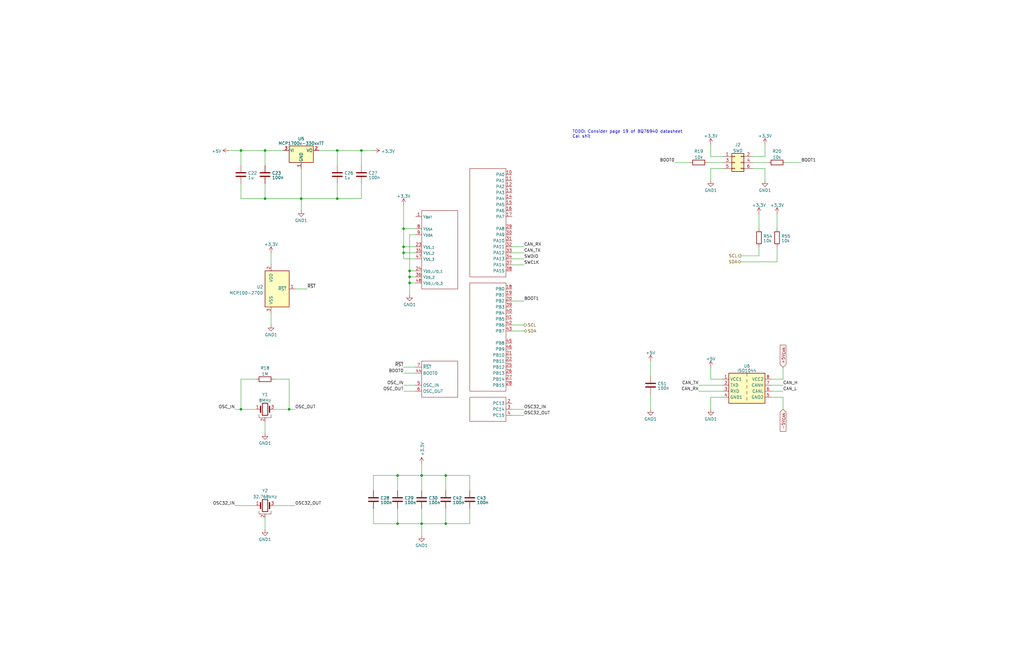
<source format=kicad_sch>
(kicad_sch (version 20230121) (generator eeschema)
  (paper "B")
  (lib_symbols
    (symbol "Connector_Generic:Conn_02x03_Odd_Even" (pin_names (offset 1.016) hide)
      (property "Reference" "J" (at 1.27 5.08 0))
      (property "Value" "Conn_02x03_Odd_Even" (at 1.27 -5.08 0))
      (symbol "Conn_02x03_Odd_Even_1_1"
        (rectangle (start -1.27 -2.413) (end 0 -2.667) (stroke (width 0.1524)))
        (rectangle (start -1.27 0.127) (end 0 -0.127) (stroke (width 0.1524)))
        (rectangle (start -1.27 2.667) (end 0 2.413) (stroke (width 0.1524)))
        (rectangle (start -1.27 3.81) (end 3.81 -3.81) (stroke (width 0.254)) (fill (type background)))
        (rectangle (start 3.81 -2.413) (end 2.54 -2.667) (stroke (width 0.1524)))
        (rectangle (start 3.81 0.127) (end 2.54 -0.127) (stroke (width 0.1524)))
        (rectangle (start 3.81 2.667) (end 2.54 2.413) (stroke (width 0.1524)))
        (pin passive line (at -5.08 2.54 0) (length 3.81) (name "Pin_1") (number "1"))
        (pin passive line (at 7.62 2.54 180) (length 3.81) (name "Pin_2") (number "2"))
        (pin passive line (at -5.08 0 0) (length 3.81) (name "Pin_3") (number "3"))
        (pin passive line (at 7.62 0 180) (length 3.81) (name "Pin_4") (number "4"))
        (pin passive line (at -5.08 -2.54 0) (length 3.81) (name "Pin_5") (number "5"))
        (pin passive line (at 7.62 -2.54 180) (length 3.81) (name "Pin_6") (number "6"))
      )
    )
    (symbol "Device:C" (pin_numbers hide) (pin_names (offset 0.254))
      (property "Reference" "C" (at 0.635 2.54 0))
      (property "Value" "C" (at 0.635 -2.54 0))
      (symbol "C_0_1"
        (polyline (pts (xy -2.032 -0.762) (xy 2.032 -0.762)) (stroke (width 0.508)))
        (polyline (pts (xy -2.032 0.762) (xy 2.032 0.762)) (stroke (width 0.508)))
      )
      (symbol "C_1_1"
        (pin passive line (at 0 3.81 270) (length 2.794) (name "~") (number "1"))
        (pin passive line (at 0 -3.81 90) (length 2.794) (name "~") (number "2"))
      )
    )
    (symbol "Device:Crystal_GND2" (pin_names (offset 1.016) hide)
      (property "Reference" "Y" (at 0 5.715 0))
      (property "Value" "Crystal_GND2" (at 0 3.81 0))
      (symbol "Crystal_GND2_0_1"
        (rectangle (start -1.143 2.54) (end 1.143 -2.54) (stroke (width 0.3048)))
        (polyline (pts (xy -2.54 0) (xy -1.905 0)))
        (polyline (pts (xy -1.905 -1.27) (xy -1.905 1.27)) (stroke (width 0.508)))
        (polyline (pts (xy 0 -3.81) (xy 0 -3.556)))
        (polyline (pts (xy 1.905 0) (xy 2.54 0)))
        (polyline (pts (xy 1.905 1.27) (xy 1.905 -1.27)) (stroke (width 0.508)))
        (polyline (pts (xy -2.54 -2.286) (xy -2.54 -3.556) (xy 2.54 -3.556) (xy 2.54 -2.286)))
      )
      (symbol "Crystal_GND2_1_1"
        (pin passive line (at -3.81 0 0) (length 1.27) (name "1") (number "1"))
        (pin passive line (at 0 -5.08 90) (length 1.27) (name "2") (number "2"))
        (pin passive line (at 3.81 0 180) (length 1.27) (name "3") (number "3"))
      )
    )
    (symbol "Device:R" (pin_numbers hide) (pin_names (offset 0))
      (property "Reference" "R" (at 2.032 0 90))
      (property "Value" "R" (at 0 0 90))
      (symbol "R_0_1"
        (rectangle (start -1.016 -2.54) (end 1.016 2.54) (stroke (width 0.254)))
      )
      (symbol "R_1_1"
        (pin passive line (at 0 3.81 270) (length 1.27) (name "~") (number "1"))
        (pin passive line (at 0 -3.81 90) (length 1.27) (name "~") (number "2"))
      )
    )
    (symbol "Power_Supervisor:MCP100-270D" (pin_names (offset 1.016))
      (property "Reference" "U" (at 0 8.89 0))
      (property "Value" "MCP100-270D" (at -1.27 -8.89 0))
      (symbol "MCP100-270D_1_1"
        (rectangle (start -5.08 7.62) (end 5.08 -7.62) (stroke (width 0.254)) (fill (type background)))
        (pin output line (at 7.62 0 180) (length 2.54) (name "~{RST}") (number "1"))
        (pin power_in line (at -2.54 10.16 270) (length 2.54) (name "VDD") (number "2"))
        (pin power_in line (at -2.54 -10.16 90) (length 2.54) (name "VSS") (number "3"))
      )
    )
    (symbol "Regulator_Linear:MCP1700x-330xxTT" (pin_names (offset 0.254))
      (property "Reference" "U" (at -3.81 3.175 0))
      (property "Value" "MCP1700x-330xxTT" (at 0 3.175 0))
      (symbol "MCP1700x-330xxTT_0_1"
        (rectangle (start -5.08 1.905) (end 5.08 -5.08) (stroke (width 0.254)) (fill (type background)))
      )
      (symbol "MCP1700x-330xxTT_1_1"
        (pin power_in line (at 0 -7.62 90) (length 2.54) (name "GND") (number "1"))
        (pin power_out line (at 7.62 0 180) (length 2.54) (name "VO") (number "2"))
        (pin power_in line (at -7.62 0 0) (length 2.54) (name "VI") (number "3"))
      )
    )
    (symbol "power:+3.3V" (power) (pin_names (offset 0))
      (property "Value" "+3.3V" (at 0 3.556 0))
      (symbol "+3.3V_0_1"
        (polyline (pts (xy -0.762 1.27) (xy 0 2.54)))
        (polyline (pts (xy 0 0) (xy 0 2.54)))
        (polyline (pts (xy 0 2.54) (xy 0.762 1.27)))
      )
      (symbol "+3.3V_1_1"
        (pin power_in line (at 0 0 90) (length 0) hide (name "+3.3V") (number "1"))
      )
    )
    (symbol "power:+5V" (power) (pin_names (offset 0))
      (property "Value" "+5V" (at 0 3.556 0))
      (symbol "+5V_0_1"
        (polyline (pts (xy -0.762 1.27) (xy 0 2.54)))
        (polyline (pts (xy 0 0) (xy 0 2.54)))
        (polyline (pts (xy 0 2.54) (xy 0.762 1.27)))
      )
      (symbol "+5V_1_1"
        (pin power_in line (at 0 0 90) (length 0) hide (name "+5V") (number "1"))
      )
    )
    (symbol "power:GND1" (power) (pin_names (offset 0))
      (property "Value" "GND1" (at 0 -3.81 0))
      (symbol "GND1_0_1"
        (polyline (pts (xy 0 0) (xy 0 -1.27) (xy 1.27 -1.27) (xy 0 -2.54) (xy -1.27 -1.27) (xy 0 -1.27)))
      )
      (symbol "GND1_1_1"
        (pin power_in line (at 0 0 270) (length 0) hide (name "GND1") (number "1"))
      )
    )
    (symbol "qtech:CH32V203CxT6"
      (symbol "CH32V203CxT6_1_1"
        (rectangle (start -7.62 22.86) (end 7.62 -22.86) (stroke (width 0.1524)))
        (pin input line (at 10.16 20.32 180) (length 2.54) (name "PA0") (number "10"))
        (pin input line (at 10.16 17.78 180) (length 2.54) (name "PA1") (number "11"))
        (pin input line (at 10.16 15.24 180) (length 2.54) (name "PA2") (number "12"))
        (pin input line (at 10.16 12.7 180) (length 2.54) (name "PA3") (number "13"))
        (pin input line (at 10.16 10.16 180) (length 2.54) (name "PA4") (number "14"))
        (pin input line (at 10.16 7.62 180) (length 2.54) (name "PA5") (number "15"))
        (pin input line (at 10.16 5.08 180) (length 2.54) (name "PA6") (number "16"))
        (pin input line (at 10.16 2.54 180) (length 2.54) (name "PA7") (number "17"))
        (pin input line (at 10.16 -2.54 180) (length 2.54) (name "PA8") (number "29"))
        (pin input line (at 10.16 -5.08 180) (length 2.54) (name "PA9") (number "30"))
        (pin input line (at 10.16 -7.62 180) (length 2.54) (name "PA10") (number "31"))
        (pin input line (at 10.16 -10.16 180) (length 2.54) (name "PA11") (number "32"))
        (pin input line (at 10.16 -12.7 180) (length 2.54) (name "PA12") (number "33"))
        (pin input line (at 10.16 -15.24 180) (length 2.54) (name "PA13") (number "34"))
        (pin input line (at 10.16 -17.78 180) (length 2.54) (name "PA14") (number "37"))
        (pin input line (at 10.16 -20.32 180) (length 2.54) (name "PA15") (number "38"))
      )
      (symbol "CH32V203CxT6_2_1"
        (rectangle (start -7.62 22.86) (end 7.62 -22.86) (stroke (width 0.1524)))
        (pin input line (at 10.16 20.32 180) (length 2.54) (name "PB0") (number "18"))
        (pin input line (at 10.16 17.78 180) (length 2.54) (name "PB1") (number "19"))
        (pin input line (at 10.16 15.24 180) (length 2.54) (name "PB2") (number "20"))
        (pin input line (at 10.16 -7.62 180) (length 2.54) (name "PB10") (number "21"))
        (pin input line (at 10.16 -10.16 180) (length 2.54) (name "PB11") (number "22"))
        (pin input line (at 10.16 -12.7 180) (length 2.54) (name "PB12") (number "25"))
        (pin input line (at 10.16 -15.24 180) (length 2.54) (name "PB13") (number "26"))
        (pin input line (at 10.16 -17.78 180) (length 2.54) (name "PB14") (number "27"))
        (pin input line (at 10.16 -20.32 180) (length 2.54) (name "PB15") (number "28"))
        (pin input line (at 10.16 12.7 180) (length 2.54) (name "PB3") (number "39"))
        (pin input line (at 10.16 10.16 180) (length 2.54) (name "PB4") (number "40"))
        (pin input line (at 10.16 7.62 180) (length 2.54) (name "PB5") (number "41"))
        (pin input line (at 10.16 5.08 180) (length 2.54) (name "PB6") (number "42"))
        (pin input line (at 10.16 2.54 180) (length 2.54) (name "PB7") (number "43"))
        (pin input line (at 10.16 -2.54 180) (length 2.54) (name "PB8") (number "45"))
        (pin input line (at 10.16 -5.08 180) (length 2.54) (name "PB9") (number "46"))
      )
      (symbol "CH32V203CxT6_3_1"
        (rectangle (start -7.62 5.08) (end 7.62 -5.08) (stroke (width 0.1524)))
        (pin input line (at 10.16 2.54 180) (length 2.54) (name "PC13") (number "2"))
        (pin input line (at 10.16 0 180) (length 2.54) (name "PC14") (number "3"))
        (pin input line (at 10.16 -2.54 180) (length 2.54) (name "PC15") (number "4"))
      )
      (symbol "CH32V203CxT6_4_1"
        (rectangle (start -7.62 7.62) (end 7.62 -7.62) (stroke (width 0.1524)))
        (pin input line (at -10.16 2.54 0) (length 2.54) (name "BOOT0") (number "44"))
        (pin input line (at -10.16 -2.54 0) (length 2.54) (name "OSC_IN") (number "5"))
        (pin input line (at -10.16 -5.08 0) (length 2.54) (name "OSC_OUT") (number "6"))
        (pin input line (at -10.16 5.08 0) (length 2.54) (name "~{RST}") (number "7"))
      )
      (symbol "CH32V203CxT6_5_1"
        (rectangle (start -7.62 17.78) (end 7.62 -15.24) (stroke (width 0.1524)))
        (pin input line (at -10.16 15.24 0) (length 2.54) (name "V_{BAT}") (number "1"))
        (pin input line (at -10.16 2.54 0) (length 2.54) (name "V_{SS_1}") (number "23"))
        (pin input line (at -10.16 -7.62 0) (length 2.54) (name "V_{DD_I/O_1}") (number "24"))
        (pin input line (at -10.16 0 0) (length 2.54) (name "V_{SS_2}") (number "35"))
        (pin input line (at -10.16 -10.16 0) (length 2.54) (name "V_{DD_2}") (number "36"))
        (pin input line (at -10.16 -2.54 0) (length 2.54) (name "V_{SS_3}") (number "47"))
        (pin input line (at -10.16 -12.7 0) (length 2.54) (name "V_{DD_I/O_3}") (number "48"))
        (pin input line (at -10.16 10.16 0) (length 2.54) (name "V_{SSA}") (number "8"))
        (pin input line (at -10.16 7.62 0) (length 2.54) (name "V_{DDA}") (number "9"))
      )
    )
    (symbol "qtech:ISO1044"
      (property "Reference" "U" (at -7.62 8.89 0))
      (property "Value" "ISO1044" (at -7.62 6.35 0))
      (symbol "ISO1044_0_1"
        (rectangle (start -7.62 5.08) (end 7.62 -7.62) (stroke (width 0.254)) (fill (type background)))
        (polyline (pts (xy 0 -5.08) (xy 0 -6.35)))
        (polyline (pts (xy 0 -2.54) (xy 0 -3.81)))
        (polyline (pts (xy 0 0) (xy 0 -1.27)))
        (polyline (pts (xy 0 2.54) (xy 0 1.27)))
        (polyline (pts (xy 0 5.08) (xy 0 3.81)))
      )
      (symbol "ISO1044_1_1"
        (pin power_in line (at -10.16 2.54 0) (length 2.54) (name "VCC1") (number "1"))
        (pin input line (at -10.16 0 0) (length 2.54) (name "TXD") (number "2"))
        (pin output line (at -10.16 -2.54 0) (length 2.54) (name "RXD") (number "3"))
        (pin power_in line (at -10.16 -5.08 0) (length 2.54) (name "GND1") (number "4"))
        (pin power_in line (at 10.16 -5.08 180) (length 2.54) (name "GND2") (number "5"))
        (pin bidirectional line (at 10.16 -2.54 180) (length 2.54) (name "CANL") (number "6"))
        (pin bidirectional line (at 10.16 0 180) (length 2.54) (name "CANH") (number "7"))
        (pin power_in line (at 10.16 2.54 180) (length 2.54) (name "VCC2") (number "8"))
      )
    )
  )
  (junction (at 127 83.82))
  (junction (at 177.8 220.98))
  (junction (at 142.24 63.5))
  (junction (at 172.72 116.84))
  (junction (at 170.18 104.14))
  (junction (at 187.96 220.98))
  (junction (at 177.8 200.66))
  (junction (at 167.64 220.98))
  (junction (at 142.24 83.82))
  (junction (at 170.18 96.52))
  (junction (at 152.4 63.5))
  (junction (at 172.72 119.38))
  (junction (at 111.76 83.82))
  (junction (at 101.6 63.5))
  (junction (at 111.76 63.5))
  (junction (at 101.6 172.72))
  (junction (at 172.72 114.3))
  (junction (at 121.92 172.72))
  (junction (at 167.64 200.66))
  (junction (at 187.96 200.66))
  (junction (at 170.18 106.68))
  (wire (pts (xy 152.4 69.85) (xy 152.4 63.5)))
  (wire (pts (xy 115.57 213.36) (xy 124.46 213.36)))
  (wire (pts (xy 142.24 77.47) (xy 142.24 83.82)))
  (wire (pts (xy 299.72 60.96) (xy 299.72 66.04)))
  (wire (pts (xy 187.96 220.98) (xy 187.96 214.63)))
  (wire (pts (xy 304.8 165.1) (xy 294.64 165.1)))
  (wire (pts (xy 115.57 172.72) (xy 121.92 172.72)))
  (wire (pts (xy 327.66 90.17) (xy 327.66 96.52)))
  (wire (pts (xy 304.8 162.56) (xy 294.64 162.56)))
  (wire (pts (xy 198.12 220.98) (xy 198.12 214.63)))
  (wire (pts (xy 327.66 104.14) (xy 327.66 110.49)))
  (wire (pts (xy 172.72 119.38) (xy 172.72 116.84)))
  (wire (pts (xy 312.42 110.49) (xy 327.66 110.49)))
  (wire (pts (xy 220.98 172.72) (xy 215.9 172.72)))
  (wire (pts (xy 170.18 165.1) (xy 175.26 165.1)))
  (wire (pts (xy 172.72 116.84) (xy 175.26 116.84)))
  (wire (pts (xy 298.45 68.58) (xy 304.8 68.58)))
  (wire (pts (xy 111.76 63.5) (xy 119.38 63.5)))
  (wire (pts (xy 337.82 68.58) (xy 331.47 68.58)))
  (wire (pts (xy 170.18 96.52) (xy 170.18 104.14)))
  (wire (pts (xy 152.4 83.82) (xy 152.4 77.47)))
  (wire (pts (xy 330.2 160.02) (xy 325.12 160.02)))
  (wire (pts (xy 167.64 200.66) (xy 167.64 207.01)))
  (wire (pts (xy 167.64 214.63) (xy 167.64 220.98)))
  (wire (pts (xy 304.8 66.04) (xy 299.72 66.04)))
  (wire (pts (xy 111.76 63.5) (xy 111.76 69.85)))
  (wire (pts (xy 198.12 200.66) (xy 187.96 200.66)))
  (wire (pts (xy 172.72 114.3) (xy 175.26 114.3)))
  (wire (pts (xy 170.18 157.48) (xy 175.26 157.48)))
  (wire (pts (xy 170.18 104.14) (xy 170.18 106.68)))
  (wire (pts (xy 325.12 165.1) (xy 330.2 165.1)))
  (wire (pts (xy 157.48 214.63) (xy 157.48 220.98)))
  (wire (pts (xy 170.18 162.56) (xy 175.26 162.56)))
  (wire (pts (xy 274.32 152.4) (xy 274.32 158.75)))
  (wire (pts (xy 101.6 77.47) (xy 101.6 83.82)))
  (wire (pts (xy 172.72 99.06) (xy 175.26 99.06)))
  (wire (pts (xy 177.8 220.98) (xy 177.8 226.06)))
  (wire (pts (xy 99.06 213.36) (xy 107.95 213.36)))
  (wire (pts (xy 114.3 106.68) (xy 114.3 111.76)))
  (wire (pts (xy 299.72 167.64) (xy 304.8 167.64)))
  (wire (pts (xy 187.96 220.98) (xy 198.12 220.98)))
  (wire (pts (xy 101.6 172.72) (xy 107.95 172.72)))
  (wire (pts (xy 215.9 137.16) (xy 220.98 137.16)))
  (wire (pts (xy 167.64 220.98) (xy 177.8 220.98)))
  (wire (pts (xy 172.72 119.38) (xy 172.72 124.46)))
  (wire (pts (xy 101.6 172.72) (xy 101.6 160.02)))
  (wire (pts (xy 121.92 172.72) (xy 124.46 172.72)))
  (wire (pts (xy 299.72 172.72) (xy 299.72 167.64)))
  (wire (pts (xy 172.72 114.3) (xy 172.72 99.06)))
  (wire (pts (xy 167.64 200.66) (xy 177.8 200.66)))
  (wire (pts (xy 177.8 214.63) (xy 177.8 220.98)))
  (wire (pts (xy 330.2 154.94) (xy 330.2 160.02)))
  (wire (pts (xy 152.4 63.5) (xy 157.48 63.5)))
  (wire (pts (xy 111.76 77.47) (xy 111.76 83.82)))
  (wire (pts (xy 157.48 200.66) (xy 157.48 207.01)))
  (wire (pts (xy 317.5 66.04) (xy 322.58 66.04)))
  (wire (pts (xy 198.12 207.01) (xy 198.12 200.66)))
  (wire (pts (xy 96.52 63.5) (xy 101.6 63.5)))
  (wire (pts (xy 220.98 127) (xy 215.9 127)))
  (wire (pts (xy 215.9 104.14) (xy 220.98 104.14)))
  (wire (pts (xy 101.6 63.5) (xy 101.6 69.85)))
  (wire (pts (xy 177.8 220.98) (xy 187.96 220.98)))
  (wire (pts (xy 330.2 172.72) (xy 330.2 167.64)))
  (wire (pts (xy 142.24 63.5) (xy 152.4 63.5)))
  (wire (pts (xy 111.76 218.44) (xy 111.76 223.52)))
  (wire (pts (xy 215.9 111.76) (xy 220.98 111.76)))
  (wire (pts (xy 299.72 71.12) (xy 299.72 76.2)))
  (wire (pts (xy 170.18 106.68) (xy 170.18 109.22)))
  (wire (pts (xy 170.18 96.52) (xy 175.26 96.52)))
  (wire (pts (xy 220.98 175.26) (xy 215.9 175.26)))
  (wire (pts (xy 317.5 71.12) (xy 322.58 71.12)))
  (wire (pts (xy 323.85 68.58) (xy 317.5 68.58)))
  (wire (pts (xy 330.2 167.64) (xy 325.12 167.64)))
  (wire (pts (xy 304.8 71.12) (xy 299.72 71.12)))
  (wire (pts (xy 99.06 172.72) (xy 101.6 172.72)))
  (wire (pts (xy 274.32 166.37) (xy 274.32 172.72)))
  (wire (pts (xy 167.64 200.66) (xy 157.48 200.66)))
  (wire (pts (xy 177.8 200.66) (xy 177.8 207.01)))
  (wire (pts (xy 124.46 121.92) (xy 129.54 121.92)))
  (wire (pts (xy 187.96 207.01) (xy 187.96 200.66)))
  (wire (pts (xy 175.26 154.94) (xy 170.18 154.94)))
  (wire (pts (xy 101.6 63.5) (xy 111.76 63.5)))
  (wire (pts (xy 320.04 104.14) (xy 320.04 107.95)))
  (wire (pts (xy 299.72 160.02) (xy 304.8 160.02)))
  (wire (pts (xy 284.48 68.58) (xy 290.83 68.58)))
  (wire (pts (xy 142.24 63.5) (xy 142.24 69.85)))
  (wire (pts (xy 127 83.82) (xy 142.24 83.82)))
  (wire (pts (xy 215.9 139.7) (xy 220.98 139.7)))
  (wire (pts (xy 142.24 83.82) (xy 152.4 83.82)))
  (wire (pts (xy 215.9 106.68) (xy 220.98 106.68)))
  (wire (pts (xy 322.58 71.12) (xy 322.58 76.2)))
  (wire (pts (xy 115.57 160.02) (xy 121.92 160.02)))
  (wire (pts (xy 111.76 83.82) (xy 127 83.82)))
  (wire (pts (xy 170.18 106.68) (xy 175.26 106.68)))
  (wire (pts (xy 101.6 83.82) (xy 111.76 83.82)))
  (wire (pts (xy 299.72 154.94) (xy 299.72 160.02)))
  (wire (pts (xy 170.18 109.22) (xy 175.26 109.22)))
  (wire (pts (xy 215.9 109.22) (xy 220.98 109.22)))
  (wire (pts (xy 134.62 63.5) (xy 142.24 63.5)))
  (wire (pts (xy 172.72 116.84) (xy 172.72 114.3)))
  (wire (pts (xy 157.48 220.98) (xy 167.64 220.98)))
  (wire (pts (xy 325.12 162.56) (xy 330.2 162.56)))
  (wire (pts (xy 114.3 132.08) (xy 114.3 137.16)))
  (wire (pts (xy 121.92 160.02) (xy 121.92 172.72)))
  (wire (pts (xy 187.96 200.66) (xy 177.8 200.66)))
  (wire (pts (xy 111.76 177.8) (xy 111.76 182.88)))
  (wire (pts (xy 322.58 60.96) (xy 322.58 66.04)))
  (wire (pts (xy 170.18 86.36) (xy 170.18 96.52)))
  (wire (pts (xy 127 83.82) (xy 127 88.9)))
  (wire (pts (xy 312.42 107.95) (xy 320.04 107.95)))
  (wire (pts (xy 101.6 160.02) (xy 107.95 160.02)))
  (wire (pts (xy 320.04 90.17) (xy 320.04 96.52)))
  (wire (pts (xy 170.18 104.14) (xy 175.26 104.14)))
  (wire (pts (xy 172.72 119.38) (xy 175.26 119.38)))
  (wire (pts (xy 177.8 195.58) (xy 177.8 200.66)))
  (wire (pts (xy 127 71.12) (xy 127 83.82)))
  (text "TODO: Consider page 19 of BQ76940 datasheet\nCal shit" (at 241.3 58.42 0) (effects (font (size 1.27 1.27)) (justify left bottom)))
  (label "OSC32_IN" (at 99.06 213.36 180))
  (label "OSC32_OUT" (at 124.46 213.36 0))
  (label "OSC_IN" (at 170.18 162.56 180))
  (label "OSC_IN" (at 99.06 172.72 180))
  (label "CAN_H" (at 330.2 162.56 0))
  (label "OSC_OUT" (at 170.18 165.1 180))
  (label "CAN_RX" (at 294.64 165.1 180))
  (label "SWCLK" (at 220.98 111.76 0))
  (label "BOOT1" (at 220.98 127 0))
  (label "OSC32_OUT" (at 220.98 175.26 0))
  (label "~{RST}" (at 170.18 154.94 180))
  (label "~{RST}" (at 129.54 121.92 0))
  (label "BOOT1" (at 337.82 68.58 0))
  (label "BOOT0" (at 170.18 157.48 180))
  (label "SWDIO" (at 220.98 109.22 0))
  (label "BOOT0" (at 284.48 68.58 180))
  (label "OSC32_IN" (at 220.98 172.72 0))
  (label "CAN_TX" (at 294.64 162.56 180))
  (label "CAN_RX" (at 220.98 104.14 0))
  (label "OSC_OUT" (at 124.46 172.72 0))
  (label "CAN_TX" (at 220.98 106.68 0))
  (label "CAN_L" (at 330.2 165.1 0))
  (global_label "+5V_{CAN}" (shape input) (at 330.2 154.94 90) (property "Intersheetrefs" "${INTERSHEET_REFS}" (effects hide)))
  (global_label "-5V_{CAN}" (shape input) (at 330.2 172.72 270) (property "Intersheetrefs" "${INTERSHEET_REFS}" (effects hide)))
  (hierarchical_label "SCL" (shape output) (at 220.98 137.16 0))
  (hierarchical_label "SCL" (shape output) (at 312.42 107.95 180))
  (hierarchical_label "SDA" (shape bidirectional) (at 312.42 110.49 180))
  (hierarchical_label "SDA" (shape bidirectional) (at 220.98 139.7 0))
  (symbol (lib_id "Device:R") (at 294.64 68.58 90) (unit 1)
    (property "Reference" "R19" (at 294.64 63.8642 90))
    (property "Value" "10k" (at 294.64 66.4011 90))
    (property "Footprint" "Resistor_SMD:R_0603_1608Metric" (effects hide))
    (property "Datasheet" "https://www.mouser.com/datasheet/2/219/RK73H-1825326.pdf" (effects hide))
    (property "Mouser" "https://www.mouser.com/ProductDetail/KOA-Speer/RK73H1JTTD1002F?qs=sGAEpiMZZMtlubZbdhIBINkEv%252BGnJSJCzf6arQIEEEA%3D" (effects hide))
    (property "Part Number" "RK73H1JTTD1002F" (effects hide))
    (property "Rating" "100mW" (effects hide))
  )
  (symbol (lib_id "qtech:CH32V203CxT6") (at 205.74 93.98 0) (unit 1)
    (property "Reference" "U3" (effects hide))
    (property "Value" "CH32V203CxT6" (effects hide))
    (property "Footprint" "Package_QFP:LQFP-48_7x7mm_P0.5mm" (effects hide))
    (property "Datasheet" "http://www.wch-ic.com/downloads/file/354.html" (effects hide))
    (property "Mouser" "-" (effects hide))
    (property "Part Number" "CH32V203C8T6" (effects hide))
  )
  (symbol (lib_id "power:GND1") (at 127 88.9 0) (unit 1)
    (property "Reference" "#PWR010" (effects hide))
    (property "Value" "GND1" (at 127 93.0355 0))
    (instances (project "bms" (path "" (reference "#PWR010") (unit 1)) (path "" (reference "#PWR020") (unit 1))))
  )
  (symbol (lib_id "Device:C") (at 274.32 162.56 0) (unit 1)
    (property "Reference" "C51" (at 277.241 161.9163 0) (effects (justify left)))
    (property "Value" "100n" (at 277.241 163.8373 0) (effects (justify left)))
    (property "Footprint" "Capacitor_SMD:C_0603_1608Metric" (effects hide))
    (property "Datasheet" "https://www.mouser.com/datasheet/2/40/X7RDielectric-2943470.pdf" (effects hide))
    (property "Mouser" "https://www.mouser.com/ProductDetail/KYOCERA-AVX/06035C104KAT2A?qs=sGAEpiMZZMs7ZEmUmaUL07F2qgI%252BUofJK2BrtL3gRPE%3D" (effects hide))
    (property "Part Number" "06035C104KAT2A" (effects hide))
    (property "Rating" "50V" (effects hide))
  )
  (symbol (lib_id "Device:R") (at 327.66 100.33 180) (unit 1)
    (property "Reference" "R55" (at 329.438 99.6863 0) (effects (justify right)))
    (property "Value" "10k" (at 329.438 101.6073 0) (effects (justify right)))
    (property "Footprint" "Resistor_SMD:R_0603_1608Metric" (effects hide))
    (property "Datasheet" "https://www.mouser.com/datasheet/2/219/RK73H-1825326.pdf" (effects hide))
    (property "Mouser" "https://www.mouser.com/ProductDetail/KOA-Speer/RK73H1JTTD1002F?qs=sGAEpiMZZMtlubZbdhIBINkEv%252BGnJSJCzf6arQIEEEA%3D" (effects hide))
    (property "Part Number" "RK73H1JTTD1002F" (effects hide))
    (property "Rating" "100mW" (effects hide))
  )
  (symbol (lib_id "Device:C") (at 167.64 210.82 0) (unit 1)
    (property "Reference" "C29" (at 170.561 210.1763 0) (effects (justify left)))
    (property "Value" "100n" (at 170.561 212.0973 0) (effects (justify left)))
    (property "Footprint" "Capacitor_SMD:C_0603_1608Metric" (effects hide))
    (property "Datasheet" "https://www.mouser.com/datasheet/2/40/X7RDielectric-2943470.pdf" (effects hide))
    (property "Mouser" "https://www.mouser.com/ProductDetail/KYOCERA-AVX/06035C104KAT2A?qs=sGAEpiMZZMs7ZEmUmaUL07F2qgI%252BUofJK2BrtL3gRPE%3D" (effects hide))
    (property "Part Number" "06035C104KAT2A" (effects hide))
    (property "Rating" "50V" (effects hide))
  )
  (symbol (lib_id "qtech:CH32V203CxT6") (at 205.74 142.24 0) (unit 2)
    (property "Reference" "U3" (effects hide))
    (property "Value" "CH32V203CxT6" (effects hide))
    (property "Footprint" "Package_QFP:LQFP-48_7x7mm_P0.5mm" (effects hide))
    (property "Datasheet" "http://www.wch-ic.com/downloads/file/354.html" (effects hide))
    (property "Mouser" "-" (effects hide))
    (property "Part Number" "CH32V203C8T6" (effects hide))
  )
  (symbol (lib_id "Regulator_Linear:MCP1700x-330xxTT") (at 127 63.5 0) (unit 1)
    (property "Reference" "U5" (at 127 58.5851 0))
    (property "Value" "MCP1700x-330xxTT" (at 127 60.5061 0))
    (property "Footprint" "Package_TO_SOT_SMD:SOT-23" (effects hide))
    (property "Datasheet" "http://ww1.microchip.com/downloads/en/DeviceDoc/20001826D.pdf" (effects hide))
    (property "Mouser" "https://www.mouser.com/ProductDetail/Microchip-Technology/MCP1700T-3302E-TT?qs=fM4xO01eazPmCNDrdHEdaw%3D%3D" (effects hide))
    (property "Part Number" "MCP1700T-3302E/TT " (effects hide))
  )
  (symbol (lib_id "power:GND1") (at 299.72 76.2 0) (unit 1)
    (property "Reference" "#PWR010" (effects hide))
    (property "Value" "GND1" (at 299.72 80.3355 0))
    (instances (project "bms" (path "" (reference "#PWR010") (unit 1)) (path "" (reference "#PWR022") (unit 1))))
  )
  (symbol (lib_id "qtech:CH32V203CxT6") (at 185.42 106.68 0) (unit 5)
    (property "Reference" "U3" (effects hide))
    (property "Value" "CH32V203CxT6" (effects hide))
    (property "Footprint" "Package_QFP:LQFP-48_7x7mm_P0.5mm" (effects hide))
    (property "Datasheet" "http://www.wch-ic.com/downloads/file/354.html" (effects hide))
    (property "Mouser" "-" (effects hide))
    (property "Part Number" "CH32V203C8T6" (effects hide))
  )
  (symbol (lib_id "Device:C") (at 142.24 73.66 0) (unit 1)
    (property "Reference" "C26" (at 145.161 73.0163 0) (effects (justify left)))
    (property "Value" "1u" (at 145.161 74.9373 0) (effects (justify left)))
    (property "Footprint" "Capacitor_SMD:C_0603_1608Metric" (effects hide))
    (property "Datasheet" "https://www.mouser.com/datasheet/2/585/MLCC-1837944.pdf" (effects hide))
    (property "Mouser" "https://www.mouser.com/ProductDetail/Samsung-Electro-Mechanics/CL10B105KA8NNND?qs=sGAEpiMZZMs7ZEmUmaUL03JOSOi7G3a3Pbmf%252BVZ%2FyZWWNareYBTNVg%3D%3D" (effects hide))
    (property "Part Number" "CL10B105KA8NNND" (effects hide))
    (property "Rating" "25V" (effects hide))
  )
  (symbol (lib_id "power:+5V") (at 274.32 152.4 0) (unit 1)
    (property "Reference" "#PWR01" (effects hide))
    (property "Value" "+5V" (at 274.32 148.8981 0))
    (instances (project "bms" (path "" (reference "#PWR01") (unit 1)) (path "" (reference "#PWR040") (unit 1))))
  )
  (symbol (lib_id "Device:C") (at 152.4 73.66 0) (unit 1)
    (property "Reference" "C27" (at 155.321 73.0163 0) (effects (justify left)))
    (property "Value" "100n" (at 155.321 74.9373 0) (effects (justify left)))
    (property "Footprint" "Capacitor_SMD:C_0603_1608Metric" (effects hide))
    (property "Datasheet" "https://www.mouser.com/datasheet/2/40/X7RDielectric-2943470.pdf" (effects hide))
    (property "Mouser" "https://www.mouser.com/ProductDetail/KYOCERA-AVX/06035C104KAT2A?qs=sGAEpiMZZMs7ZEmUmaUL07F2qgI%252BUofJK2BrtL3gRPE%3D" (effects hide))
    (property "Part Number" "06035C104KAT2A" (effects hide))
    (property "Rating" "50V" (effects hide))
  )
  (symbol (lib_id "qtech:CH32V203CxT6") (at 185.42 160.02 0) (unit 4)
    (property "Reference" "U3" (effects hide))
    (property "Value" "CH32V203CxT6" (effects hide))
    (property "Footprint" "Package_QFP:LQFP-48_7x7mm_P0.5mm" (effects hide))
    (property "Datasheet" "http://www.wch-ic.com/downloads/file/354.html" (effects hide))
    (property "Mouser" "-" (effects hide))
    (property "Part Number" "CH32V203C8T6" (effects hide))
  )
  (symbol (lib_id "power:+3.3V") (at 177.8 195.58 0) (unit 1)
    (property "Reference" "#PWR036" (effects hide))
    (property "Value" "+3.3V" (at 178.1168 192.405 90) (effects (justify left)))
  )
  (symbol (lib_id "power:GND1") (at 177.8 226.06 0) (unit 1)
    (property "Reference" "#PWR010" (effects hide))
    (property "Value" "GND1" (at 177.8 230.1955 0))
    (instances (project "bms" (path "" (reference "#PWR010") (unit 1)) (path "" (reference "#PWR015") (unit 1))))
  )
  (symbol (lib_id "power:+3.3V") (at 157.48 63.5 270) (unit 1)
    (property "Reference" "#PWR030" (effects hide))
    (property "Value" "+3.3V" (at 160.655 63.8168 90) (effects (justify left)))
  )
  (symbol (lib_id "power:+5V") (at 96.52 63.5 90) (unit 1)
    (property "Reference" "#PWR01" (effects hide))
    (property "Value" "+5V" (at 93.3451 63.8168 90) (effects (justify left)))
    (instances (project "bms" (path "" (reference "#PWR01") (unit 1)) (path "" (reference "#PWR031") (unit 1))))
  )
  (symbol (lib_id "power:GND1") (at 322.58 76.2 0) (unit 1)
    (property "Reference" "#PWR010" (effects hide))
    (property "Value" "GND1" (at 322.58 80.3355 0))
    (instances (project "bms" (path "" (reference "#PWR010") (unit 1)) (path "" (reference "#PWR024") (unit 1))))
  )
  (symbol (lib_id "Device:R") (at 320.04 100.33 180) (unit 1)
    (property "Reference" "R54" (at 321.818 99.6863 0) (effects (justify right)))
    (property "Value" "10k" (at 321.818 101.6073 0) (effects (justify right)))
    (property "Footprint" "Resistor_SMD:R_0603_1608Metric" (effects hide))
    (property "Datasheet" "https://www.mouser.com/datasheet/2/219/RK73H-1825326.pdf" (effects hide))
    (property "Mouser" "https://www.mouser.com/ProductDetail/KOA-Speer/RK73H1JTTD1002F?qs=sGAEpiMZZMtlubZbdhIBINkEv%252BGnJSJCzf6arQIEEEA%3D" (effects hide))
    (property "Part Number" "RK73H1JTTD1002F" (effects hide))
    (property "Rating" "100mW" (effects hide))
  )
  (symbol (lib_id "power:GND1") (at 114.3 137.16 0) (unit 1)
    (property "Reference" "#PWR010" (effects hide))
    (property "Value" "GND1" (at 114.3 141.2955 0))
    (instances (project "bms" (path "" (reference "#PWR010") (unit 1)) (path "" (reference "#PWR037") (unit 1))))
  )
  (symbol (lib_id "Device:Crystal_GND2") (at 111.76 172.72 0) (unit 1)
    (property "Reference" "Y1" (at 111.76 166.4548 0))
    (property "Value" "8MHz" (at 111.76 168.9917 0))
    (property "Footprint" "Crystal:Resonator_SMD_Murata_CSTxExxV-3Pin_3.0x1.1mm" (effects hide))
    (property "Datasheet" "https://www.mouser.com/datasheet/2/122/ECS_2520MVLC-1903379.pdf" (effects hide))
    (property "Mouser" "https://www.mouser.com/ProductDetail/ECS/ECS-2520MVLC-080-BP-TR?qs=vvQtp7zwQdOZufp%2FvZIBtw%3D%3D" (effects hide))
    (property "Part Number" "ECS-2520MVLC-080-BP-TR" (effects hide))
    (property "Rating" "10-20pF" (effects hide))
  )
  (symbol (lib_id "power:+3.3V") (at 299.72 60.96 0) (unit 1)
    (property "Reference" "#PWR021" (effects hide))
    (property "Value" "+3.3V" (at 299.72 57.3842 0))
  )
  (symbol (lib_id "power:GND1") (at 111.76 223.52 0) (unit 1)
    (property "Reference" "#PWR010" (effects hide))
    (property "Value" "GND1" (at 111.76 227.6555 0))
    (instances (project "bms" (path "" (reference "#PWR010") (unit 1)) (path "" (reference "#PWR016") (unit 1))))
  )
  (symbol (lib_id "Device:C") (at 101.6 73.66 0) (unit 1)
    (property "Reference" "C22" (at 104.521 73.0163 0) (effects (justify left)))
    (property "Value" "1u" (at 104.521 74.9373 0) (effects (justify left)))
    (property "Footprint" "Capacitor_SMD:C_0603_1608Metric" (effects hide))
    (property "Datasheet" "https://www.mouser.com/datasheet/2/585/MLCC-1837944.pdf" (effects hide))
    (property "Mouser" "https://www.mouser.com/ProductDetail/Samsung-Electro-Mechanics/CL10B105KA8NNND?qs=sGAEpiMZZMs7ZEmUmaUL03JOSOi7G3a3Pbmf%252BVZ%2FyZWWNareYBTNVg%3D%3D" (effects hide))
    (property "Part Number" "CL10B105KA8NNND" (effects hide))
    (property "Rating" "25V" (effects hide))
  )
  (symbol (lib_id "power:GND1") (at 172.72 124.46 0) (unit 1)
    (property "Reference" "#PWR010" (effects hide))
    (property "Value" "GND1" (at 172.72 128.5955 0))
    (instances (project "bms" (path "" (reference "#PWR010") (unit 1)) (path "" (reference "#PWR035") (unit 1))))
  )
  (symbol (lib_id "power:GND1") (at 111.76 182.88 0) (unit 1)
    (property "Reference" "#PWR010" (effects hide))
    (property "Value" "GND1" (at 111.76 187.0155 0))
    (instances (project "bms" (path "" (reference "#PWR010") (unit 1)) (path "" (reference "#PWR018") (unit 1))))
  )
  (symbol (lib_id "Device:C") (at 198.12 210.82 0) (unit 1)
    (property "Reference" "C43" (at 201.041 210.1763 0) (effects (justify left)))
    (property "Value" "100n" (at 201.041 212.0973 0) (effects (justify left)))
    (property "Footprint" "Capacitor_SMD:C_0603_1608Metric" (effects hide))
    (property "Datasheet" "https://www.mouser.com/datasheet/2/40/X7RDielectric-2943470.pdf" (effects hide))
    (property "Mouser" "https://www.mouser.com/ProductDetail/KYOCERA-AVX/06035C104KAT2A?qs=sGAEpiMZZMs7ZEmUmaUL07F2qgI%252BUofJK2BrtL3gRPE%3D" (effects hide))
    (property "Part Number" "06035C104KAT2A" (effects hide))
    (property "Rating" "50V" (effects hide))
  )
  (symbol (lib_id "Device:Crystal_GND2") (at 111.76 213.36 0) (unit 1)
    (property "Reference" "Y2" (at 111.76 207.0948 0))
    (property "Value" "32.768kHz" (at 111.76 209.6317 0))
    (property "Footprint" "Crystal:Resonator_SMD_Murata_CSTxExxV-3Pin_3.0x1.1mm" (effects hide))
    (property "Datasheet" "https://www.mouser.com/datasheet/2/122/ECS-327ATQMV-1369911.pdf" (effects hide))
    (property "Mouser" "https://www.mouser.com/ProductDetail/ECS/ECS-327ATQMV-AS-TR?qs=MLItCLRbWswfpblSDJ1g4A%3D%3D" (effects hide))
    (property "Part Number" "ECS-327ATQMV-AS-TR" (effects hide))
    (property "Rating" "10-20pF" (effects hide))
  )
  (symbol (lib_id "power:+5V") (at 299.72 154.94 0) (unit 1)
    (property "Reference" "#PWR01" (effects hide))
    (property "Value" "+5V" (at 299.72 151.4381 0))
    (instances (project "bms" (path "" (reference "#PWR01") (unit 1)) (path "" (reference "#PWR042") (unit 1))))
  )
  (symbol (lib_id "power:+3.3V") (at 170.18 86.36 0) (unit 1)
    (property "Reference" "#PWR019" (effects hide))
    (property "Value" "+3.3V" (at 170.18 82.7842 0))
  )
  (symbol (lib_id "power:+3.3V") (at 114.3 106.68 0) (unit 1)
    (property "Reference" "#PWR017" (effects hide))
    (property "Value" "+3.3V" (at 114.3 103.1042 0))
  )
  (symbol (lib_id "qtech:ISO1044") (at 314.96 162.56 0) (unit 1)
    (property "Reference" "U6" (at 314.96 154.4701 0))
    (property "Value" "ISO1044" (at 314.96 156.3911 0))
    (property "Footprint" "Package_SO:SOIC-8_3.9x4.9mm_P1.27mm" (effects hide))
    (property "Datasheet" "https://www.ti.com/lit/ds/symlink/iso1044.pdf" (effects hide))
    (property "Mouser" "https://www.mouser.com/ProductDetail/Texas-Instruments/ISO1044BD?qs=W%2FMpXkg%252BdQ6CUu0TGf8UTA%3D%3D" (effects hide))
    (property "Part Number" "ISO1044BD" (effects hide))
  )
  (symbol (lib_id "power:+3.3V") (at 322.58 60.96 0) (unit 1)
    (property "Reference" "#PWR023" (effects hide))
    (property "Value" "+3.3V" (at 322.58 57.3842 0))
  )
  (symbol (lib_id "power:+3.3V") (at 320.04 90.17 0) (unit 1)
    (property "Reference" "#PWR026" (effects hide))
    (property "Value" "+3.3V" (at 320.04 86.5942 0))
  )
  (symbol (lib_id "Device:R") (at 327.66 68.58 270) (unit 1)
    (property "Reference" "R20" (at 327.66 63.8642 90))
    (property "Value" "10k" (at 327.66 66.4011 90))
    (property "Footprint" "Resistor_SMD:R_0603_1608Metric" (effects hide))
    (property "Datasheet" "https://www.mouser.com/datasheet/2/219/RK73H-1825326.pdf" (effects hide))
    (property "Mouser" "https://www.mouser.com/ProductDetail/KOA-Speer/RK73H1JTTD1002F?qs=sGAEpiMZZMtlubZbdhIBINkEv%252BGnJSJCzf6arQIEEEA%3D" (effects hide))
    (property "Part Number" "RK73H1JTTD1002F" (effects hide))
    (property "Rating" "100mW" (effects hide))
  )
  (symbol (lib_id "Device:R") (at 111.76 160.02 90) (unit 1)
    (property "Reference" "R18" (at 111.76 155.3042 90))
    (property "Value" "1M" (at 111.76 157.8411 90))
    (property "Footprint" "Resistor_SMD:R_0603_1608Metric" (effects hide))
    (property "Datasheet" "https://www.vishay.com/doc?20035" (effects hide))
    (property "Mouser" "https://www.mouser.com/ProductDetail/Vishay-Dale/CRCW06031M00FKEA?qs=sGAEpiMZZMtlubZbdhIBINAwJem6vh9w8DCnGL5o80g%3D" (effects hide))
    (property "Part Number" "CRCW06031M00FKEA" (effects hide))
    (property "Rating" "100mW" (effects hide))
  )
  (symbol (lib_id "Device:C") (at 111.76 73.66 0) (unit 1)
    (property "Reference" "C23" (at 114.681 73.0163 0) (effects (justify left)))
    (property "Value" "100n" (at 114.681 74.9373 0) (effects (justify left)))
    (property "Footprint" "Capacitor_SMD:C_0603_1608Metric" (effects hide))
    (property "Datasheet" "https://www.mouser.com/datasheet/2/40/X7RDielectric-2943470.pdf" (effects hide))
    (property "Mouser" "https://www.mouser.com/ProductDetail/KYOCERA-AVX/06035C104KAT2A?qs=sGAEpiMZZMs7ZEmUmaUL07F2qgI%252BUofJK2BrtL3gRPE%3D" (effects hide))
    (property "Part Number" "06035C104KAT2A" (effects hide))
    (property "Rating" "50V" (effects hide))
  )
  (symbol (lib_id "power:GND1") (at 299.72 172.72 0) (unit 1)
    (property "Reference" "#PWR010" (effects hide))
    (property "Value" "GND1" (at 299.72 176.8555 0))
    (instances (project "bms" (path "" (reference "#PWR010") (unit 1)) (path "" (reference "#PWR041") (unit 1))))
  )
  (symbol (lib_id "qtech:CH32V203CxT6") (at 205.74 172.72 0) (unit 3)
    (property "Reference" "U3" (effects hide))
    (property "Value" "CH32V203CxT6" (effects hide))
    (property "Footprint" "Package_QFP:LQFP-48_7x7mm_P0.5mm" (effects hide))
    (property "Datasheet" "http://www.wch-ic.com/downloads/file/354.html" (effects hide))
    (property "Mouser" "-" (effects hide))
    (property "Part Number" "CH32V203C8T6" (effects hide))
  )
  (symbol (lib_id "Device:C") (at 157.48 210.82 0) (unit 1)
    (property "Reference" "C28" (at 160.401 210.1763 0) (effects (justify left)))
    (property "Value" "100n" (at 160.401 212.0973 0) (effects (justify left)))
    (property "Footprint" "Capacitor_SMD:C_0603_1608Metric" (effects hide))
    (property "Datasheet" "https://www.mouser.com/datasheet/2/40/X7RDielectric-2943470.pdf" (effects hide))
    (property "Mouser" "https://www.mouser.com/ProductDetail/KYOCERA-AVX/06035C104KAT2A?qs=sGAEpiMZZMs7ZEmUmaUL07F2qgI%252BUofJK2BrtL3gRPE%3D" (effects hide))
    (property "Part Number" "06035C104KAT2A" (effects hide))
    (property "Rating" "50V" (effects hide))
  )
  (symbol (lib_id "Device:C") (at 177.8 210.82 0) (unit 1)
    (property "Reference" "C30" (at 180.721 210.1763 0) (effects (justify left)))
    (property "Value" "100n" (at 180.721 212.0973 0) (effects (justify left)))
    (property "Footprint" "Capacitor_SMD:C_0603_1608Metric" (effects hide))
    (property "Datasheet" "https://www.mouser.com/datasheet/2/40/X7RDielectric-2943470.pdf" (effects hide))
    (property "Mouser" "https://www.mouser.com/ProductDetail/KYOCERA-AVX/06035C104KAT2A?qs=sGAEpiMZZMs7ZEmUmaUL07F2qgI%252BUofJK2BrtL3gRPE%3D" (effects hide))
    (property "Part Number" "06035C104KAT2A" (effects hide))
    (property "Rating" "50V" (effects hide))
  )
  (symbol (lib_id "power:GND1") (at 274.32 172.72 0) (unit 1)
    (property "Reference" "#PWR010" (effects hide))
    (property "Value" "GND1" (at 274.32 176.8555 0))
    (instances (project "bms" (path "" (reference "#PWR010") (unit 1)) (path "" (reference "#PWR039") (unit 1))))
  )
  (symbol (lib_id "power:+3.3V") (at 327.66 90.17 0) (unit 1)
    (property "Reference" "#PWR027" (effects hide))
    (property "Value" "+3.3V" (at 327.66 86.5942 0))
  )
  (symbol (lib_id "Device:C") (at 187.96 210.82 0) (unit 1)
    (property "Reference" "C42" (at 190.881 210.1763 0) (effects (justify left)))
    (property "Value" "100n" (at 190.881 212.0973 0) (effects (justify left)))
    (property "Footprint" "Capacitor_SMD:C_0603_1608Metric" (effects hide))
    (property "Datasheet" "https://www.mouser.com/datasheet/2/40/X7RDielectric-2943470.pdf" (effects hide))
    (property "Mouser" "https://www.mouser.com/ProductDetail/KYOCERA-AVX/06035C104KAT2A?qs=sGAEpiMZZMs7ZEmUmaUL07F2qgI%252BUofJK2BrtL3gRPE%3D" (effects hide))
    (property "Part Number" "06035C104KAT2A" (effects hide))
    (property "Rating" "50V" (effects hide))
  )
  (symbol (lib_id "Connector_Generic:Conn_02x03_Odd_Even") (at 309.88 68.58 0) (unit 1)
    (property "Reference" "J2" (at 311.15 61.0702 0))
    (property "Value" "SWD" (at 311.15 63.6071 0))
    (property "Footprint" "Connector_PinHeader_2.54mm:PinHeader_2x03_P2.54mm_Vertical" (effects hide))
  )
  (symbol (lib_id "Power_Supervisor:MCP100-270D") (at 116.84 121.92 0) (unit 1)
    (property "Reference" "U2" (at 110.998 121.0853 0) (effects (justify right)))
    (property "Value" "MCP100-270D" (at 110.998 123.6222 0) (effects (justify right)))
    (property "Footprint" "Package_TO_SOT_SMD:SOT-23" (effects hide))
    (property "Datasheet" "http://ww1.microchip.com/downloads/en/DeviceDoc/11187f.pdf" (effects hide))
    (property "Mouser" "https://www.mouser.com/ProductDetail/Microchip-Technology/MCP100T-270I-TT?qs=pLxBn7goZWxJWkMwUgtBiA%3D%3D" (effects hide))
    (property "Part Number" "MCP100T-270I/TT" (effects hide))
  )
)
</source>
